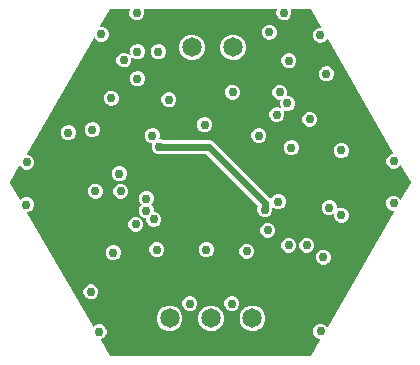
<source format=gbr>
G04 EAGLE Gerber RS-274X export*
G75*
%MOMM*%
%FSLAX34Y34*%
%LPD*%
%INEAGLE Copper Layer 15*%
%IPPOS*%
%AMOC8*
5,1,8,0,0,1.08239X$1,22.5*%
G01*
%ADD10C,1.650000*%
%ADD11C,0.756400*%
%ADD12C,0.609600*%

G36*
X430826Y199257D02*
X430826Y199257D01*
X430900Y199264D01*
X430924Y199277D01*
X430950Y199282D01*
X431011Y199324D01*
X431076Y199359D01*
X431095Y199381D01*
X431116Y199395D01*
X431145Y199440D01*
X431193Y199496D01*
X439086Y213167D01*
X439097Y213203D01*
X439118Y213234D01*
X439129Y213297D01*
X439150Y213357D01*
X439147Y213395D01*
X439153Y213431D01*
X439140Y213494D01*
X439135Y213557D01*
X439118Y213590D01*
X439110Y213627D01*
X439073Y213679D01*
X439044Y213736D01*
X439015Y213760D01*
X438994Y213790D01*
X438940Y213824D01*
X438891Y213865D01*
X438855Y213877D01*
X438824Y213896D01*
X438751Y213909D01*
X438700Y213925D01*
X438675Y213923D01*
X438646Y213928D01*
X438486Y213928D01*
X436162Y214891D01*
X434383Y216669D01*
X433421Y218993D01*
X433421Y221509D01*
X434383Y223832D01*
X436162Y225611D01*
X436278Y225659D01*
X437503Y226167D01*
X438486Y226574D01*
X441001Y226574D01*
X443325Y225611D01*
X444724Y224212D01*
X444784Y224172D01*
X444838Y224126D01*
X444867Y224117D01*
X444891Y224101D01*
X444962Y224087D01*
X445030Y224066D01*
X445059Y224069D01*
X445088Y224063D01*
X445158Y224078D01*
X445229Y224084D01*
X445255Y224098D01*
X445284Y224105D01*
X445343Y224145D01*
X445406Y224179D01*
X445427Y224203D01*
X445449Y224219D01*
X445477Y224263D01*
X445522Y224317D01*
X501757Y321721D01*
X501769Y321757D01*
X501790Y321788D01*
X501801Y321851D01*
X501821Y321911D01*
X501819Y321949D01*
X501825Y321985D01*
X501811Y322048D01*
X501807Y322111D01*
X501790Y322144D01*
X501782Y322181D01*
X501745Y322233D01*
X501716Y322290D01*
X501687Y322314D01*
X501666Y322344D01*
X501611Y322378D01*
X501563Y322419D01*
X501527Y322431D01*
X501495Y322450D01*
X501423Y322463D01*
X501372Y322479D01*
X501347Y322477D01*
X501318Y322482D01*
X500226Y322482D01*
X497902Y323445D01*
X496123Y325223D01*
X495161Y327547D01*
X495161Y330063D01*
X496123Y332387D01*
X497902Y334165D01*
X498012Y334211D01*
X498013Y334211D01*
X499237Y334718D01*
X500226Y335128D01*
X502741Y335128D01*
X505065Y334165D01*
X506844Y332387D01*
X506898Y332257D01*
X506937Y332198D01*
X506969Y332136D01*
X506992Y332116D01*
X507009Y332090D01*
X507068Y332052D01*
X507122Y332006D01*
X507151Y331997D01*
X507177Y331980D01*
X507246Y331967D01*
X507313Y331946D01*
X507344Y331949D01*
X507374Y331944D01*
X507443Y331959D01*
X507512Y331965D01*
X507540Y331980D01*
X507570Y331986D01*
X507627Y332027D01*
X507689Y332060D01*
X507711Y332085D01*
X507734Y332101D01*
X507761Y332145D01*
X507805Y332197D01*
X515744Y345948D01*
X515768Y346018D01*
X515799Y346086D01*
X515800Y346113D01*
X515808Y346138D01*
X515803Y346212D01*
X515805Y346286D01*
X515796Y346313D01*
X515794Y346338D01*
X515770Y346386D01*
X515744Y346456D01*
X507588Y360583D01*
X507541Y360637D01*
X507500Y360696D01*
X507475Y360712D01*
X507456Y360734D01*
X507391Y360765D01*
X507331Y360803D01*
X507302Y360808D01*
X507275Y360821D01*
X507204Y360825D01*
X507133Y360837D01*
X507104Y360830D01*
X507075Y360832D01*
X507008Y360807D01*
X506938Y360791D01*
X506912Y360773D01*
X506886Y360764D01*
X506848Y360729D01*
X506790Y360688D01*
X505232Y359130D01*
X504886Y358987D01*
X503662Y358480D01*
X502908Y358167D01*
X500392Y358167D01*
X498068Y359130D01*
X496290Y360908D01*
X495327Y363232D01*
X495327Y365748D01*
X496290Y368072D01*
X498068Y369850D01*
X498975Y370226D01*
X500199Y370733D01*
X500200Y370733D01*
X500392Y370813D01*
X500804Y370813D01*
X500840Y370820D01*
X500878Y370818D01*
X500938Y370840D01*
X501000Y370852D01*
X501031Y370873D01*
X501066Y370886D01*
X501113Y370929D01*
X501166Y370965D01*
X501186Y370996D01*
X501214Y371022D01*
X501241Y371080D01*
X501275Y371133D01*
X501282Y371170D01*
X501297Y371204D01*
X501300Y371268D01*
X501311Y371330D01*
X501303Y371367D01*
X501304Y371404D01*
X501279Y371474D01*
X501267Y371526D01*
X501253Y371546D01*
X501243Y371574D01*
X445725Y467737D01*
X445678Y467789D01*
X445639Y467847D01*
X445613Y467864D01*
X445592Y467887D01*
X445529Y467918D01*
X445470Y467956D01*
X445440Y467961D01*
X445412Y467974D01*
X445342Y467978D01*
X445273Y467990D01*
X445242Y467983D01*
X445212Y467985D01*
X445146Y467961D01*
X445077Y467946D01*
X445052Y467928D01*
X445023Y467917D01*
X444971Y467870D01*
X444914Y467829D01*
X444896Y467801D01*
X444875Y467782D01*
X444854Y467735D01*
X444817Y467677D01*
X444780Y467588D01*
X443002Y465810D01*
X442276Y465509D01*
X441052Y465002D01*
X441051Y465002D01*
X440678Y464847D01*
X438162Y464847D01*
X435838Y465810D01*
X434060Y467588D01*
X433097Y469912D01*
X433097Y472428D01*
X434060Y474752D01*
X435838Y476530D01*
X436364Y476748D01*
X436365Y476748D01*
X437589Y477255D01*
X438162Y477493D01*
X439214Y477493D01*
X439250Y477500D01*
X439288Y477498D01*
X439348Y477520D01*
X439410Y477532D01*
X439441Y477553D01*
X439476Y477566D01*
X439523Y477609D01*
X439576Y477645D01*
X439596Y477676D01*
X439624Y477702D01*
X439651Y477760D01*
X439685Y477813D01*
X439692Y477850D01*
X439708Y477884D01*
X439710Y477948D01*
X439721Y478010D01*
X439713Y478047D01*
X439714Y478084D01*
X439689Y478154D01*
X439677Y478206D01*
X439663Y478226D01*
X439653Y478254D01*
X431193Y492908D01*
X431144Y492963D01*
X431101Y493023D01*
X431078Y493038D01*
X431060Y493058D01*
X430994Y493090D01*
X430931Y493129D01*
X430902Y493134D01*
X430880Y493145D01*
X430826Y493148D01*
X430754Y493161D01*
X414916Y493161D01*
X414912Y493160D01*
X414908Y493161D01*
X414814Y493141D01*
X414719Y493122D01*
X414716Y493119D01*
X414712Y493119D01*
X414633Y493063D01*
X414553Y493009D01*
X414551Y493006D01*
X414548Y493003D01*
X414496Y492921D01*
X414444Y492841D01*
X414444Y492837D01*
X414441Y492834D01*
X414426Y492738D01*
X414409Y492644D01*
X414409Y492640D01*
X414409Y492636D01*
X414447Y492460D01*
X414852Y491482D01*
X414852Y488967D01*
X413890Y486643D01*
X412111Y484864D01*
X411920Y484785D01*
X410695Y484278D01*
X409787Y483901D01*
X407272Y483901D01*
X404948Y484864D01*
X403169Y486643D01*
X402207Y488967D01*
X402207Y491482D01*
X402612Y492460D01*
X402613Y492464D01*
X402615Y492467D01*
X402632Y492562D01*
X402651Y492657D01*
X402650Y492660D01*
X402650Y492664D01*
X402629Y492758D01*
X402610Y492853D01*
X402608Y492856D01*
X402607Y492860D01*
X402551Y492938D01*
X402496Y493018D01*
X402493Y493020D01*
X402491Y493023D01*
X402409Y493074D01*
X402328Y493127D01*
X402324Y493127D01*
X402321Y493129D01*
X402143Y493161D01*
X290261Y493161D01*
X290257Y493160D01*
X290253Y493161D01*
X290159Y493141D01*
X290064Y493122D01*
X290061Y493119D01*
X290057Y493119D01*
X289978Y493063D01*
X289898Y493009D01*
X289896Y493006D01*
X289893Y493003D01*
X289841Y492921D01*
X289789Y492841D01*
X289789Y492837D01*
X289786Y492834D01*
X289771Y492738D01*
X289754Y492644D01*
X289754Y492640D01*
X289754Y492636D01*
X289792Y492460D01*
X290197Y491482D01*
X290197Y488966D01*
X289235Y486643D01*
X287456Y484864D01*
X287265Y484785D01*
X286040Y484278D01*
X285132Y483901D01*
X282617Y483901D01*
X280293Y484864D01*
X278514Y486643D01*
X277552Y488966D01*
X277552Y491482D01*
X277957Y492460D01*
X277958Y492464D01*
X277960Y492467D01*
X277977Y492562D01*
X277996Y492657D01*
X277995Y492660D01*
X277995Y492664D01*
X277974Y492758D01*
X277955Y492853D01*
X277953Y492856D01*
X277952Y492860D01*
X277896Y492939D01*
X277841Y493018D01*
X277838Y493020D01*
X277836Y493023D01*
X277754Y493074D01*
X277673Y493127D01*
X277669Y493127D01*
X277666Y493129D01*
X277488Y493161D01*
X261650Y493161D01*
X261578Y493147D01*
X261504Y493140D01*
X261480Y493127D01*
X261454Y493122D01*
X261393Y493080D01*
X261328Y493045D01*
X261309Y493023D01*
X261288Y493009D01*
X261259Y492964D01*
X261211Y492908D01*
X253185Y479006D01*
X253174Y478971D01*
X253153Y478940D01*
X253142Y478877D01*
X253122Y478816D01*
X253124Y478779D01*
X253118Y478742D01*
X253132Y478680D01*
X253136Y478616D01*
X253153Y478583D01*
X253161Y478547D01*
X253198Y478495D01*
X253227Y478438D01*
X253256Y478414D01*
X253277Y478383D01*
X253331Y478350D01*
X253380Y478308D01*
X253416Y478297D01*
X253447Y478277D01*
X253520Y478264D01*
X253571Y478248D01*
X253596Y478251D01*
X253625Y478245D01*
X255196Y478245D01*
X257519Y477283D01*
X259298Y475504D01*
X260261Y473180D01*
X260261Y470665D01*
X259298Y468341D01*
X257519Y466563D01*
X257426Y466524D01*
X256201Y466017D01*
X255196Y465600D01*
X252680Y465600D01*
X250356Y466563D01*
X248578Y468341D01*
X248324Y468954D01*
X248285Y469012D01*
X248253Y469074D01*
X248229Y469094D01*
X248212Y469120D01*
X248154Y469159D01*
X248100Y469204D01*
X248071Y469213D01*
X248045Y469230D01*
X247976Y469243D01*
X247909Y469264D01*
X247878Y469261D01*
X247848Y469267D01*
X247779Y469252D01*
X247709Y469245D01*
X247682Y469231D01*
X247652Y469224D01*
X247594Y469184D01*
X247532Y469151D01*
X247511Y469125D01*
X247488Y469109D01*
X247460Y469066D01*
X247416Y469013D01*
X190623Y370642D01*
X190611Y370607D01*
X190591Y370576D01*
X190580Y370513D01*
X190559Y370452D01*
X190562Y370415D01*
X190555Y370378D01*
X190569Y370316D01*
X190574Y370252D01*
X190591Y370219D01*
X190599Y370183D01*
X190636Y370131D01*
X190665Y370074D01*
X190693Y370050D01*
X190715Y370019D01*
X190769Y369986D01*
X190818Y369944D01*
X190854Y369933D01*
X190885Y369913D01*
X190958Y369900D01*
X191009Y369884D01*
X191034Y369887D01*
X191063Y369881D01*
X192208Y369881D01*
X194532Y368919D01*
X196311Y367140D01*
X197273Y364816D01*
X197273Y362301D01*
X196311Y359977D01*
X194532Y358199D01*
X193986Y357972D01*
X192762Y357465D01*
X192208Y357236D01*
X189693Y357236D01*
X187369Y358199D01*
X185591Y359977D01*
X185514Y360161D01*
X185475Y360219D01*
X185443Y360282D01*
X185420Y360302D01*
X185403Y360327D01*
X185344Y360366D01*
X185290Y360411D01*
X185261Y360421D01*
X185235Y360438D01*
X185166Y360450D01*
X185099Y360471D01*
X185068Y360468D01*
X185038Y360474D01*
X184969Y360459D01*
X184900Y360453D01*
X184872Y360438D01*
X184842Y360432D01*
X184785Y360391D01*
X184723Y360358D01*
X184701Y360333D01*
X184678Y360316D01*
X184651Y360273D01*
X184606Y360221D01*
X176660Y346456D01*
X176636Y346386D01*
X176605Y346318D01*
X176604Y346291D01*
X176596Y346266D01*
X176601Y346192D01*
X176599Y346118D01*
X176608Y346091D01*
X176610Y346066D01*
X176634Y346018D01*
X176660Y345948D01*
X184816Y331821D01*
X184863Y331767D01*
X184904Y331708D01*
X184929Y331692D01*
X184948Y331670D01*
X185013Y331639D01*
X185073Y331601D01*
X185102Y331596D01*
X185129Y331583D01*
X185200Y331579D01*
X185271Y331567D01*
X185300Y331574D01*
X185329Y331572D01*
X185396Y331597D01*
X185466Y331613D01*
X185492Y331631D01*
X185518Y331640D01*
X185556Y331675D01*
X185614Y331716D01*
X186918Y333020D01*
X187344Y333196D01*
X188568Y333704D01*
X188569Y333704D01*
X189242Y333983D01*
X191758Y333983D01*
X194082Y333020D01*
X195860Y331242D01*
X196823Y328918D01*
X196823Y326402D01*
X195860Y324078D01*
X194082Y322300D01*
X193255Y321958D01*
X192031Y321450D01*
X191758Y321337D01*
X191747Y321337D01*
X191710Y321330D01*
X191673Y321332D01*
X191613Y321310D01*
X191550Y321298D01*
X191519Y321277D01*
X191484Y321264D01*
X191437Y321221D01*
X191385Y321185D01*
X191364Y321154D01*
X191337Y321128D01*
X191310Y321070D01*
X191275Y321017D01*
X191269Y320980D01*
X191253Y320946D01*
X191251Y320882D01*
X191240Y320820D01*
X191248Y320783D01*
X191247Y320746D01*
X191272Y320676D01*
X191283Y320624D01*
X191298Y320604D01*
X191308Y320576D01*
X246720Y224596D01*
X246768Y224542D01*
X246808Y224484D01*
X246833Y224468D01*
X246853Y224445D01*
X246917Y224414D01*
X246978Y224376D01*
X247007Y224371D01*
X247033Y224358D01*
X247105Y224354D01*
X247175Y224342D01*
X247204Y224349D01*
X247234Y224348D01*
X247301Y224372D01*
X247370Y224388D01*
X247397Y224406D01*
X247422Y224415D01*
X247460Y224451D01*
X247518Y224491D01*
X248403Y225376D01*
X249088Y225659D01*
X250313Y226167D01*
X250727Y226338D01*
X253242Y226338D01*
X255566Y225376D01*
X257345Y223597D01*
X258307Y221273D01*
X258307Y218758D01*
X257345Y216434D01*
X255566Y214655D01*
X255000Y214421D01*
X253775Y213913D01*
X253593Y213838D01*
X253561Y213817D01*
X253525Y213803D01*
X253479Y213761D01*
X253427Y213726D01*
X253406Y213694D01*
X253377Y213668D01*
X253351Y213611D01*
X253317Y213559D01*
X253310Y213521D01*
X253294Y213486D01*
X253292Y213423D01*
X253280Y213362D01*
X253288Y213324D01*
X253287Y213285D01*
X253312Y213217D01*
X253323Y213166D01*
X253338Y213144D01*
X253348Y213116D01*
X261211Y199496D01*
X261260Y199441D01*
X261303Y199381D01*
X261326Y199366D01*
X261344Y199346D01*
X261410Y199314D01*
X261473Y199275D01*
X261502Y199270D01*
X261524Y199259D01*
X261578Y199256D01*
X261650Y199243D01*
X430754Y199243D01*
X430826Y199257D01*
G37*
%LPC*%
G36*
X391172Y317047D02*
X391172Y317047D01*
X388848Y318010D01*
X387070Y319788D01*
X386107Y322112D01*
X386107Y324628D01*
X386775Y326239D01*
X386776Y326245D01*
X386779Y326251D01*
X386795Y326343D01*
X386813Y326436D01*
X386812Y326442D01*
X386813Y326448D01*
X386792Y326540D01*
X386773Y326632D01*
X386769Y326637D01*
X386767Y326644D01*
X386665Y326792D01*
X342724Y370732D01*
X342718Y370736D01*
X342713Y370743D01*
X342635Y370792D01*
X342558Y370843D01*
X342550Y370844D01*
X342543Y370848D01*
X342366Y370880D01*
X306027Y370880D01*
X306018Y370879D01*
X306008Y370880D01*
X305832Y370842D01*
X305830Y370841D01*
X305378Y370654D01*
X304154Y370146D01*
X301638Y370146D01*
X299314Y371109D01*
X297536Y372888D01*
X296573Y375211D01*
X296573Y377727D01*
X297124Y379056D01*
X297124Y379060D01*
X297127Y379063D01*
X297144Y379158D01*
X297162Y379253D01*
X297162Y379256D01*
X297162Y379260D01*
X297141Y379354D01*
X297122Y379449D01*
X297120Y379452D01*
X297119Y379456D01*
X297063Y379535D01*
X297008Y379614D01*
X297005Y379616D01*
X297003Y379619D01*
X296921Y379670D01*
X296840Y379723D01*
X296836Y379723D01*
X296832Y379725D01*
X296655Y379757D01*
X295922Y379757D01*
X293598Y380720D01*
X291820Y382498D01*
X290857Y384822D01*
X290857Y387338D01*
X291820Y389662D01*
X293598Y391440D01*
X293815Y391530D01*
X293816Y391530D01*
X295040Y392037D01*
X295922Y392403D01*
X298438Y392403D01*
X300762Y391440D01*
X302540Y389662D01*
X303503Y387338D01*
X303503Y384822D01*
X302952Y383493D01*
X302951Y383489D01*
X302949Y383486D01*
X302932Y383391D01*
X302914Y383297D01*
X302914Y383293D01*
X302914Y383289D01*
X302935Y383195D01*
X302954Y383100D01*
X302956Y383097D01*
X302957Y383093D01*
X303013Y383014D01*
X303068Y382935D01*
X303071Y382933D01*
X303073Y382930D01*
X303155Y382879D01*
X303236Y382827D01*
X303240Y382826D01*
X303244Y382824D01*
X303421Y382792D01*
X304154Y382792D01*
X305832Y382097D01*
X305841Y382095D01*
X305849Y382090D01*
X306027Y382058D01*
X346003Y382058D01*
X348057Y381207D01*
X397079Y332184D01*
X397082Y332182D01*
X397085Y332179D01*
X397166Y332127D01*
X397246Y332074D01*
X397250Y332073D01*
X397253Y332071D01*
X397349Y332054D01*
X397443Y332036D01*
X397447Y332037D01*
X397451Y332036D01*
X397545Y332058D01*
X397639Y332078D01*
X397642Y332080D01*
X397646Y332081D01*
X397725Y332137D01*
X397804Y332192D01*
X397806Y332195D01*
X397809Y332197D01*
X397906Y332349D01*
X398500Y333782D01*
X400278Y335560D01*
X400695Y335733D01*
X401919Y336240D01*
X402602Y336523D01*
X405118Y336523D01*
X407442Y335560D01*
X409220Y333782D01*
X410183Y331458D01*
X410183Y328942D01*
X409220Y326618D01*
X407442Y324840D01*
X406606Y324494D01*
X405382Y323987D01*
X405118Y323877D01*
X402602Y323877D01*
X400278Y324840D01*
X399327Y325791D01*
X399326Y325792D01*
X399325Y325793D01*
X399244Y325846D01*
X399160Y325902D01*
X399159Y325902D01*
X399158Y325903D01*
X399061Y325921D01*
X398963Y325940D01*
X398962Y325940D01*
X398961Y325940D01*
X398863Y325919D01*
X398767Y325898D01*
X398766Y325897D01*
X398765Y325897D01*
X398684Y325841D01*
X398602Y325784D01*
X398602Y325783D01*
X398601Y325782D01*
X398548Y325699D01*
X398495Y325615D01*
X398495Y325613D01*
X398494Y325612D01*
X398477Y325512D01*
X398461Y325417D01*
X398462Y325416D01*
X398461Y325415D01*
X398500Y325238D01*
X398753Y324628D01*
X398753Y322112D01*
X397790Y319788D01*
X396012Y318010D01*
X395746Y317900D01*
X395745Y317900D01*
X394521Y317392D01*
X393688Y317047D01*
X391172Y317047D01*
G37*
%LPD*%
%LPC*%
G36*
X401332Y397537D02*
X401332Y397537D01*
X399008Y398500D01*
X397230Y400278D01*
X396267Y402602D01*
X396267Y405118D01*
X397230Y407442D01*
X399008Y409220D01*
X399162Y409284D01*
X400387Y409791D01*
X401332Y410183D01*
X403848Y410183D01*
X405257Y409599D01*
X405259Y409599D01*
X405262Y409597D01*
X405358Y409579D01*
X405454Y409560D01*
X405456Y409561D01*
X405459Y409560D01*
X405555Y409581D01*
X405650Y409601D01*
X405652Y409602D01*
X405655Y409603D01*
X405735Y409660D01*
X405815Y409714D01*
X405817Y409717D01*
X405819Y409718D01*
X405870Y409800D01*
X405924Y409883D01*
X405924Y409886D01*
X405925Y409888D01*
X405941Y409984D01*
X405958Y410081D01*
X405958Y410083D01*
X405958Y410086D01*
X405920Y410262D01*
X405157Y412102D01*
X405157Y414618D01*
X405683Y415886D01*
X405683Y415890D01*
X405685Y415893D01*
X405703Y415988D01*
X405721Y416083D01*
X405720Y416086D01*
X405721Y416090D01*
X405700Y416185D01*
X405681Y416279D01*
X405678Y416282D01*
X405678Y416286D01*
X405621Y416365D01*
X405567Y416444D01*
X405564Y416446D01*
X405562Y416449D01*
X405480Y416500D01*
X405398Y416553D01*
X405395Y416553D01*
X405391Y416555D01*
X405214Y416587D01*
X403872Y416587D01*
X401548Y417550D01*
X399770Y419328D01*
X398807Y421652D01*
X398807Y424168D01*
X399770Y426492D01*
X401548Y428270D01*
X402247Y428559D01*
X403471Y429067D01*
X403872Y429233D01*
X406388Y429233D01*
X408712Y428270D01*
X410490Y426492D01*
X411453Y424168D01*
X411453Y421652D01*
X410927Y420384D01*
X410927Y420380D01*
X410925Y420377D01*
X410907Y420282D01*
X410889Y420187D01*
X410890Y420184D01*
X410889Y420180D01*
X410910Y420083D01*
X410929Y419991D01*
X410932Y419988D01*
X410932Y419984D01*
X410989Y419905D01*
X411043Y419826D01*
X411046Y419824D01*
X411048Y419821D01*
X411130Y419770D01*
X411212Y419717D01*
X411215Y419717D01*
X411219Y419715D01*
X411396Y419683D01*
X412738Y419683D01*
X415062Y418720D01*
X416840Y416942D01*
X417803Y414618D01*
X417803Y412102D01*
X416840Y409778D01*
X415062Y408000D01*
X414296Y407683D01*
X413072Y407176D01*
X412738Y407037D01*
X410222Y407037D01*
X408813Y407621D01*
X408811Y407621D01*
X408808Y407623D01*
X408712Y407641D01*
X408616Y407660D01*
X408614Y407659D01*
X408611Y407660D01*
X408515Y407639D01*
X408420Y407619D01*
X408418Y407618D01*
X408415Y407617D01*
X408335Y407560D01*
X408255Y407506D01*
X408253Y407503D01*
X408251Y407502D01*
X408200Y407420D01*
X408146Y407337D01*
X408146Y407334D01*
X408145Y407332D01*
X408129Y407235D01*
X408112Y407139D01*
X408112Y407137D01*
X408112Y407134D01*
X408150Y406958D01*
X408913Y405118D01*
X408913Y402602D01*
X407950Y400278D01*
X406172Y398500D01*
X405074Y398045D01*
X403849Y397538D01*
X403848Y397537D01*
X401332Y397537D01*
G37*
%LPD*%
%LPC*%
G36*
X379564Y220619D02*
X379564Y220619D01*
X375598Y222262D01*
X372562Y225298D01*
X370919Y229264D01*
X370919Y233556D01*
X372562Y237522D01*
X375598Y240558D01*
X376367Y240877D01*
X377592Y241384D01*
X378817Y241891D01*
X379564Y242201D01*
X383856Y242201D01*
X387822Y240558D01*
X390858Y237522D01*
X392501Y233556D01*
X392501Y229264D01*
X390858Y225298D01*
X387822Y222262D01*
X387261Y222029D01*
X386036Y221522D01*
X384812Y221015D01*
X384811Y221015D01*
X383856Y220619D01*
X379564Y220619D01*
G37*
%LPD*%
%LPC*%
G36*
X344564Y220619D02*
X344564Y220619D01*
X340598Y222262D01*
X337562Y225298D01*
X335919Y229264D01*
X335919Y233556D01*
X337562Y237522D01*
X340598Y240558D01*
X341367Y240877D01*
X342592Y241384D01*
X343817Y241891D01*
X344564Y242201D01*
X348856Y242201D01*
X352822Y240558D01*
X355858Y237522D01*
X357501Y233556D01*
X357501Y229264D01*
X355858Y225298D01*
X352822Y222262D01*
X352261Y222029D01*
X351036Y221522D01*
X349812Y221015D01*
X349811Y221015D01*
X348856Y220619D01*
X344564Y220619D01*
G37*
%LPD*%
%LPC*%
G36*
X309564Y220619D02*
X309564Y220619D01*
X305598Y222262D01*
X302562Y225298D01*
X300919Y229264D01*
X300919Y233556D01*
X302562Y237522D01*
X305598Y240558D01*
X306367Y240877D01*
X307592Y241384D01*
X308817Y241891D01*
X309564Y242201D01*
X313856Y242201D01*
X317822Y240558D01*
X320858Y237522D01*
X322501Y233556D01*
X322501Y229264D01*
X320858Y225298D01*
X317822Y222262D01*
X317261Y222029D01*
X316036Y221522D01*
X314812Y221015D01*
X314811Y221015D01*
X313856Y220619D01*
X309564Y220619D01*
G37*
%LPD*%
%LPC*%
G36*
X328334Y449949D02*
X328334Y449949D01*
X324368Y451592D01*
X321332Y454628D01*
X319689Y458594D01*
X319689Y462886D01*
X321332Y466852D01*
X324368Y469888D01*
X325009Y470154D01*
X326234Y470661D01*
X327459Y471168D01*
X328334Y471531D01*
X332626Y471531D01*
X336592Y469888D01*
X339628Y466852D01*
X341271Y462886D01*
X341271Y458594D01*
X339628Y454628D01*
X336592Y451592D01*
X335903Y451306D01*
X334678Y450799D01*
X333454Y450292D01*
X332626Y449949D01*
X328334Y449949D01*
G37*
%LPD*%
%LPC*%
G36*
X363334Y449949D02*
X363334Y449949D01*
X359368Y451592D01*
X356332Y454628D01*
X354689Y458594D01*
X354689Y462886D01*
X356332Y466852D01*
X359368Y469888D01*
X360009Y470154D01*
X361234Y470661D01*
X362459Y471168D01*
X363334Y471531D01*
X367626Y471531D01*
X371592Y469888D01*
X374628Y466852D01*
X376271Y462886D01*
X376271Y458594D01*
X374628Y454628D01*
X371592Y451592D01*
X370903Y451306D01*
X369678Y450799D01*
X368454Y450292D01*
X367626Y449949D01*
X363334Y449949D01*
G37*
%LPD*%
%LPC*%
G36*
X297192Y308783D02*
X297192Y308783D01*
X294868Y309746D01*
X293090Y311524D01*
X292127Y313848D01*
X292127Y315750D01*
X292126Y315755D01*
X292127Y315760D01*
X292106Y315853D01*
X292088Y315947D01*
X292085Y315951D01*
X292084Y315956D01*
X292028Y316034D01*
X291975Y316112D01*
X291971Y316115D01*
X291968Y316119D01*
X291886Y316170D01*
X291807Y316222D01*
X291802Y316222D01*
X291797Y316225D01*
X291620Y316257D01*
X290842Y316257D01*
X288518Y317220D01*
X286740Y318998D01*
X285777Y321322D01*
X285777Y323838D01*
X286740Y326162D01*
X287880Y327301D01*
X287883Y327306D01*
X287887Y327309D01*
X287938Y327389D01*
X287991Y327468D01*
X287992Y327473D01*
X287994Y327478D01*
X288010Y327572D01*
X288028Y327665D01*
X288027Y327670D01*
X288028Y327676D01*
X288006Y327768D01*
X287987Y327861D01*
X287984Y327866D01*
X287982Y327871D01*
X287880Y328019D01*
X286740Y329158D01*
X285777Y331482D01*
X285777Y333998D01*
X286740Y336322D01*
X288518Y338100D01*
X288926Y338269D01*
X290150Y338776D01*
X290842Y339063D01*
X293358Y339063D01*
X295682Y338100D01*
X297460Y336322D01*
X298423Y333998D01*
X298423Y331482D01*
X297460Y329158D01*
X296320Y328019D01*
X296317Y328014D01*
X296313Y328011D01*
X296262Y327931D01*
X296209Y327852D01*
X296208Y327847D01*
X296206Y327842D01*
X296190Y327748D01*
X296172Y327655D01*
X296173Y327650D01*
X296172Y327645D01*
X296194Y327552D01*
X296213Y327459D01*
X296216Y327454D01*
X296218Y327449D01*
X296320Y327301D01*
X297460Y326162D01*
X298423Y323838D01*
X298423Y321936D01*
X298424Y321931D01*
X298423Y321926D01*
X298444Y321833D01*
X298462Y321739D01*
X298465Y321735D01*
X298466Y321730D01*
X298522Y321652D01*
X298575Y321574D01*
X298579Y321571D01*
X298582Y321567D01*
X298664Y321516D01*
X298743Y321464D01*
X298748Y321464D01*
X298753Y321461D01*
X298930Y321429D01*
X299708Y321429D01*
X302032Y320466D01*
X303810Y318688D01*
X304773Y316364D01*
X304773Y313848D01*
X303810Y311524D01*
X302032Y309746D01*
X300898Y309276D01*
X299708Y308783D01*
X297192Y308783D01*
G37*
%LPD*%
%LPC*%
G36*
X271792Y443765D02*
X271792Y443765D01*
X269468Y444728D01*
X267690Y446506D01*
X266727Y448830D01*
X266727Y451346D01*
X267690Y453670D01*
X269468Y455448D01*
X270682Y455951D01*
X271792Y456411D01*
X274308Y456411D01*
X276632Y455448D01*
X277782Y454297D01*
X277784Y454297D01*
X277784Y454295D01*
X277865Y454242D01*
X277949Y454186D01*
X277951Y454186D01*
X277952Y454185D01*
X278049Y454167D01*
X278146Y454149D01*
X278148Y454149D01*
X278149Y454149D01*
X278246Y454170D01*
X278342Y454190D01*
X278343Y454191D01*
X278345Y454191D01*
X278425Y454248D01*
X278507Y454305D01*
X278508Y454306D01*
X278509Y454307D01*
X278561Y454389D01*
X278615Y454474D01*
X278615Y454475D01*
X278615Y454476D01*
X278632Y454575D01*
X278648Y454671D01*
X278648Y454673D01*
X278648Y454674D01*
X278610Y454850D01*
X278157Y455942D01*
X278157Y458458D01*
X279120Y460782D01*
X280898Y462560D01*
X282087Y463052D01*
X283222Y463523D01*
X285738Y463523D01*
X288062Y462560D01*
X289840Y460782D01*
X290803Y458458D01*
X290803Y455942D01*
X289840Y453618D01*
X288062Y451840D01*
X287998Y451814D01*
X286774Y451306D01*
X285738Y450877D01*
X283222Y450877D01*
X280898Y451840D01*
X279748Y452991D01*
X279746Y452991D01*
X279746Y452993D01*
X279665Y453046D01*
X279581Y453102D01*
X279579Y453102D01*
X279578Y453103D01*
X279482Y453120D01*
X279384Y453139D01*
X279382Y453139D01*
X279381Y453139D01*
X279284Y453118D01*
X279188Y453098D01*
X279187Y453097D01*
X279185Y453097D01*
X279105Y453040D01*
X279023Y452983D01*
X279022Y452982D01*
X279021Y452981D01*
X278969Y452899D01*
X278915Y452814D01*
X278915Y452813D01*
X278915Y452812D01*
X278898Y452713D01*
X278882Y452617D01*
X278882Y452615D01*
X278882Y452614D01*
X278920Y452438D01*
X279373Y451346D01*
X279373Y448830D01*
X278410Y446506D01*
X276632Y444728D01*
X276594Y444712D01*
X276593Y444712D01*
X275369Y444205D01*
X274308Y443765D01*
X271792Y443765D01*
G37*
%LPD*%
%LPC*%
G36*
X455942Y312447D02*
X455942Y312447D01*
X453618Y313410D01*
X451840Y315188D01*
X450877Y317512D01*
X450877Y319107D01*
X450876Y319111D01*
X450877Y319114D01*
X450857Y319208D01*
X450838Y319303D01*
X450835Y319306D01*
X450835Y319310D01*
X450779Y319389D01*
X450725Y319469D01*
X450722Y319471D01*
X450719Y319474D01*
X450637Y319526D01*
X450557Y319578D01*
X450553Y319579D01*
X450550Y319581D01*
X450454Y319597D01*
X450360Y319614D01*
X450356Y319613D01*
X450352Y319614D01*
X450176Y319575D01*
X449804Y319421D01*
X448580Y318914D01*
X448298Y318797D01*
X445782Y318797D01*
X443458Y319760D01*
X441680Y321538D01*
X440717Y323862D01*
X440717Y326378D01*
X441680Y328702D01*
X443458Y330480D01*
X443893Y330660D01*
X445117Y331167D01*
X445118Y331167D01*
X445782Y331443D01*
X448298Y331443D01*
X450622Y330480D01*
X452400Y328702D01*
X453363Y326378D01*
X453363Y324783D01*
X453364Y324779D01*
X453363Y324776D01*
X453383Y324682D01*
X453402Y324587D01*
X453405Y324584D01*
X453405Y324580D01*
X453461Y324501D01*
X453515Y324421D01*
X453518Y324419D01*
X453521Y324416D01*
X453603Y324364D01*
X453683Y324312D01*
X453687Y324311D01*
X453690Y324309D01*
X453786Y324293D01*
X453880Y324276D01*
X453884Y324277D01*
X453888Y324276D01*
X454064Y324315D01*
X454688Y324573D01*
X455912Y325080D01*
X455942Y325093D01*
X458458Y325093D01*
X460782Y324130D01*
X462560Y322352D01*
X463523Y320028D01*
X463523Y317512D01*
X462560Y315188D01*
X460782Y313410D01*
X460599Y313334D01*
X459375Y312827D01*
X458458Y312447D01*
X455942Y312447D01*
G37*
%LPD*%
%LPC*%
G36*
X243852Y247451D02*
X243852Y247451D01*
X241528Y248414D01*
X239750Y250192D01*
X238787Y252516D01*
X238787Y255032D01*
X239750Y257356D01*
X241528Y259134D01*
X241537Y259138D01*
X242762Y259645D01*
X243852Y260097D01*
X246368Y260097D01*
X248692Y259134D01*
X250470Y257356D01*
X251433Y255032D01*
X251433Y252516D01*
X250470Y250192D01*
X248692Y248414D01*
X248674Y248406D01*
X248673Y248406D01*
X247449Y247899D01*
X246368Y247451D01*
X243852Y247451D01*
G37*
%LPD*%
%LPC*%
G36*
X283222Y428017D02*
X283222Y428017D01*
X280898Y428980D01*
X279120Y430758D01*
X278157Y433082D01*
X278157Y435598D01*
X279120Y437922D01*
X280898Y439700D01*
X280943Y439719D01*
X280944Y439719D01*
X282168Y440226D01*
X283222Y440663D01*
X285738Y440663D01*
X288062Y439700D01*
X289840Y437922D01*
X290803Y435598D01*
X290803Y433082D01*
X289840Y430758D01*
X288062Y428980D01*
X286855Y428480D01*
X285738Y428017D01*
X283222Y428017D01*
G37*
%LPD*%
%LPC*%
G36*
X393712Y299747D02*
X393712Y299747D01*
X391388Y300710D01*
X389610Y302488D01*
X388647Y304812D01*
X388647Y307328D01*
X389610Y309652D01*
X391388Y311430D01*
X392503Y311892D01*
X393712Y312393D01*
X396228Y312393D01*
X398552Y311430D01*
X400330Y309652D01*
X401293Y307328D01*
X401293Y304812D01*
X400330Y302488D01*
X398552Y300710D01*
X398415Y300653D01*
X397190Y300146D01*
X396228Y299747D01*
X393712Y299747D01*
G37*
%LPD*%
%LPC*%
G36*
X309892Y410237D02*
X309892Y410237D01*
X307568Y411200D01*
X305790Y412978D01*
X304827Y415302D01*
X304827Y417818D01*
X305790Y420142D01*
X307568Y421920D01*
X307677Y421965D01*
X308901Y422472D01*
X308902Y422472D01*
X309892Y422883D01*
X312408Y422883D01*
X314732Y421920D01*
X316510Y420142D01*
X317473Y417818D01*
X317473Y415302D01*
X316510Y412978D01*
X314732Y411200D01*
X313589Y410726D01*
X313588Y410726D01*
X312408Y410237D01*
X309892Y410237D01*
G37*
%LPD*%
%LPC*%
G36*
X413552Y369597D02*
X413552Y369597D01*
X411228Y370560D01*
X409450Y372338D01*
X408487Y374662D01*
X408487Y377178D01*
X409450Y379502D01*
X411228Y381280D01*
X411482Y381385D01*
X412706Y381892D01*
X413552Y382243D01*
X416068Y382243D01*
X418392Y381280D01*
X420170Y379502D01*
X421133Y377178D01*
X421133Y374662D01*
X420170Y372338D01*
X418392Y370560D01*
X417393Y370146D01*
X416169Y369639D01*
X416068Y369597D01*
X413552Y369597D01*
G37*
%LPD*%
%LPC*%
G36*
X269252Y332767D02*
X269252Y332767D01*
X266928Y333730D01*
X265150Y335508D01*
X264187Y337832D01*
X264187Y340348D01*
X265150Y342672D01*
X266928Y344450D01*
X267925Y344863D01*
X269150Y345370D01*
X269252Y345413D01*
X271768Y345413D01*
X274092Y344450D01*
X275870Y342672D01*
X276833Y340348D01*
X276833Y337832D01*
X275870Y335508D01*
X274092Y333730D01*
X273837Y333624D01*
X272612Y333117D01*
X271768Y332767D01*
X269252Y332767D01*
G37*
%LPD*%
%LPC*%
G36*
X247662Y332767D02*
X247662Y332767D01*
X245338Y333730D01*
X243560Y335508D01*
X242597Y337832D01*
X242597Y340348D01*
X243560Y342672D01*
X245338Y344450D01*
X246335Y344863D01*
X247560Y345370D01*
X247662Y345413D01*
X250178Y345413D01*
X252502Y344450D01*
X254280Y342672D01*
X255243Y340348D01*
X255243Y337832D01*
X254280Y335508D01*
X252502Y333730D01*
X252247Y333624D01*
X251022Y333117D01*
X250178Y332767D01*
X247662Y332767D01*
G37*
%LPD*%
%LPC*%
G36*
X411492Y287047D02*
X411492Y287047D01*
X409168Y288010D01*
X407390Y289788D01*
X406427Y292112D01*
X406427Y294628D01*
X407390Y296952D01*
X409168Y298730D01*
X410328Y299211D01*
X411492Y299693D01*
X414008Y299693D01*
X416332Y298730D01*
X418110Y296952D01*
X419073Y294628D01*
X419073Y292112D01*
X418110Y289788D01*
X416332Y288010D01*
X416240Y287972D01*
X415015Y287465D01*
X414008Y287047D01*
X411492Y287047D01*
G37*
%LPD*%
%LPC*%
G36*
X426732Y287047D02*
X426732Y287047D01*
X424408Y288010D01*
X422630Y289788D01*
X421667Y292112D01*
X421667Y294628D01*
X422630Y296952D01*
X424408Y298730D01*
X425568Y299211D01*
X426732Y299693D01*
X429248Y299693D01*
X431572Y298730D01*
X433350Y296952D01*
X434313Y294628D01*
X434313Y292112D01*
X433350Y289788D01*
X431572Y288010D01*
X431480Y287972D01*
X430255Y287465D01*
X429248Y287047D01*
X426732Y287047D01*
G37*
%LPD*%
%LPC*%
G36*
X394982Y467387D02*
X394982Y467387D01*
X392658Y468350D01*
X390880Y470128D01*
X389917Y472452D01*
X389917Y474968D01*
X390880Y477292D01*
X392658Y479070D01*
X393175Y479284D01*
X393176Y479284D01*
X394400Y479792D01*
X394982Y480033D01*
X397498Y480033D01*
X399822Y479070D01*
X401600Y477292D01*
X402563Y474968D01*
X402563Y472452D01*
X401600Y470128D01*
X399822Y468350D01*
X399087Y468046D01*
X397863Y467538D01*
X397862Y467538D01*
X397498Y467387D01*
X394982Y467387D01*
G37*
%LPD*%
%LPC*%
G36*
X267982Y347517D02*
X267982Y347517D01*
X265658Y348480D01*
X263880Y350258D01*
X262917Y352582D01*
X262917Y355098D01*
X263880Y357422D01*
X265658Y359200D01*
X266559Y359573D01*
X266560Y359573D01*
X267784Y360081D01*
X267982Y360163D01*
X270498Y360163D01*
X272822Y359200D01*
X274600Y357422D01*
X275563Y355098D01*
X275563Y352582D01*
X274600Y350258D01*
X272822Y348480D01*
X272471Y348335D01*
X271246Y347827D01*
X270498Y347517D01*
X267982Y347517D01*
G37*
%LPD*%
%LPC*%
G36*
X363713Y416607D02*
X363713Y416607D01*
X361390Y417570D01*
X359611Y419348D01*
X358648Y421672D01*
X358648Y424187D01*
X359611Y426511D01*
X361390Y428290D01*
X362040Y428559D01*
X363265Y429067D01*
X363713Y429252D01*
X366229Y429252D01*
X368553Y428290D01*
X370331Y426511D01*
X371294Y424187D01*
X371294Y421672D01*
X370331Y419348D01*
X368553Y417570D01*
X367952Y417321D01*
X366727Y416813D01*
X366229Y416607D01*
X363713Y416607D01*
G37*
%LPD*%
%LPC*%
G36*
X375932Y281967D02*
X375932Y281967D01*
X373608Y282930D01*
X371830Y284708D01*
X370867Y287032D01*
X370867Y289548D01*
X371830Y291872D01*
X373608Y293650D01*
X374786Y294138D01*
X375932Y294613D01*
X378448Y294613D01*
X380772Y293650D01*
X382550Y291872D01*
X383513Y289548D01*
X383513Y287032D01*
X382550Y284708D01*
X380772Y282930D01*
X380698Y282899D01*
X379473Y282392D01*
X378448Y281967D01*
X375932Y281967D01*
G37*
%LPD*%
%LPC*%
G36*
X301002Y450877D02*
X301002Y450877D01*
X298678Y451840D01*
X296900Y453618D01*
X295937Y455942D01*
X295937Y458458D01*
X296900Y460782D01*
X298678Y462560D01*
X299867Y463052D01*
X301002Y463523D01*
X303518Y463523D01*
X305842Y462560D01*
X307620Y460782D01*
X308583Y458458D01*
X308583Y455942D01*
X307620Y453618D01*
X305842Y451840D01*
X305778Y451814D01*
X304554Y451306D01*
X303518Y450877D01*
X301002Y450877D01*
G37*
%LPD*%
%LPC*%
G36*
X261124Y411507D02*
X261124Y411507D01*
X258800Y412470D01*
X257022Y414248D01*
X256059Y416572D01*
X256059Y419088D01*
X257022Y421412D01*
X258800Y423190D01*
X259517Y423487D01*
X260741Y423994D01*
X261124Y424153D01*
X263640Y424153D01*
X265964Y423190D01*
X267742Y421412D01*
X268705Y419088D01*
X268705Y416572D01*
X267742Y414248D01*
X265964Y412470D01*
X265428Y412248D01*
X264204Y411741D01*
X263640Y411507D01*
X261124Y411507D01*
G37*
%LPD*%
%LPC*%
G36*
X341642Y283237D02*
X341642Y283237D01*
X339318Y284200D01*
X337540Y285978D01*
X336577Y288302D01*
X336577Y290818D01*
X337540Y293142D01*
X339318Y294920D01*
X339880Y295153D01*
X341104Y295660D01*
X341642Y295883D01*
X344158Y295883D01*
X346482Y294920D01*
X348260Y293142D01*
X349223Y290818D01*
X349223Y288302D01*
X348260Y285978D01*
X346482Y284200D01*
X345791Y283914D01*
X344567Y283407D01*
X344566Y283407D01*
X344158Y283237D01*
X341642Y283237D01*
G37*
%LPD*%
%LPC*%
G36*
X299732Y283237D02*
X299732Y283237D01*
X297408Y284200D01*
X295630Y285978D01*
X294667Y288302D01*
X294667Y290818D01*
X295630Y293142D01*
X297408Y294920D01*
X297970Y295153D01*
X299194Y295660D01*
X299732Y295883D01*
X302248Y295883D01*
X304572Y294920D01*
X306350Y293142D01*
X307313Y290818D01*
X307313Y288302D01*
X306350Y285978D01*
X304572Y284200D01*
X303881Y283914D01*
X302657Y283407D01*
X302656Y283407D01*
X302248Y283237D01*
X299732Y283237D01*
G37*
%LPD*%
%LPC*%
G36*
X245122Y384837D02*
X245122Y384837D01*
X242798Y385800D01*
X241020Y387578D01*
X240057Y389902D01*
X240057Y392418D01*
X241020Y394742D01*
X242798Y396520D01*
X242997Y396603D01*
X242998Y396603D01*
X244222Y397110D01*
X245122Y397483D01*
X247638Y397483D01*
X249962Y396520D01*
X251740Y394742D01*
X252703Y392418D01*
X252703Y389902D01*
X251740Y387578D01*
X249962Y385800D01*
X248909Y385364D01*
X247685Y384857D01*
X247684Y384857D01*
X247638Y384837D01*
X245122Y384837D01*
G37*
%LPD*%
%LPC*%
G36*
X443242Y432053D02*
X443242Y432053D01*
X440918Y433016D01*
X439140Y434794D01*
X438177Y437118D01*
X438177Y439634D01*
X439140Y441958D01*
X440918Y443736D01*
X441017Y443777D01*
X442241Y444284D01*
X443242Y444699D01*
X445758Y444699D01*
X448082Y443736D01*
X449860Y441958D01*
X450823Y439634D01*
X450823Y437118D01*
X449860Y434794D01*
X448082Y433016D01*
X446928Y432538D01*
X445758Y432053D01*
X443242Y432053D01*
G37*
%LPD*%
%LPC*%
G36*
X363232Y237517D02*
X363232Y237517D01*
X360908Y238480D01*
X359130Y240258D01*
X358167Y242582D01*
X358167Y245098D01*
X359130Y247422D01*
X360908Y249200D01*
X361632Y249500D01*
X361633Y249500D01*
X362857Y250007D01*
X363232Y250163D01*
X365748Y250163D01*
X368072Y249200D01*
X369850Y247422D01*
X370813Y245098D01*
X370813Y242582D01*
X369850Y240258D01*
X368072Y238480D01*
X367544Y238261D01*
X366320Y237754D01*
X366319Y237754D01*
X365748Y237517D01*
X363232Y237517D01*
G37*
%LPD*%
%LPC*%
G36*
X327672Y237517D02*
X327672Y237517D01*
X325348Y238480D01*
X323570Y240258D01*
X322607Y242582D01*
X322607Y245098D01*
X323570Y247422D01*
X325348Y249200D01*
X326072Y249500D01*
X326073Y249500D01*
X327297Y250007D01*
X327672Y250163D01*
X330188Y250163D01*
X332512Y249200D01*
X334290Y247422D01*
X335253Y245098D01*
X335253Y242582D01*
X334290Y240258D01*
X332512Y238480D01*
X331984Y238261D01*
X330760Y237754D01*
X330759Y237754D01*
X330188Y237517D01*
X327672Y237517D01*
G37*
%LPD*%
%LPC*%
G36*
X455942Y367260D02*
X455942Y367260D01*
X453618Y368223D01*
X451840Y370002D01*
X450877Y372325D01*
X450877Y374841D01*
X451840Y377165D01*
X453618Y378943D01*
X454615Y379356D01*
X455839Y379863D01*
X455840Y379863D01*
X455942Y379906D01*
X458458Y379906D01*
X460782Y378943D01*
X462560Y377165D01*
X463523Y374841D01*
X463523Y372325D01*
X462560Y370002D01*
X460782Y368223D01*
X460527Y368117D01*
X460526Y368117D01*
X459302Y367610D01*
X458458Y367260D01*
X455942Y367260D01*
G37*
%LPD*%
%LPC*%
G36*
X224802Y382297D02*
X224802Y382297D01*
X222478Y383260D01*
X220700Y385038D01*
X219737Y387362D01*
X219737Y389878D01*
X220700Y392202D01*
X222478Y393980D01*
X222686Y394066D01*
X222687Y394066D01*
X223911Y394574D01*
X224802Y394943D01*
X227318Y394943D01*
X229642Y393980D01*
X231420Y392202D01*
X232383Y389878D01*
X232383Y387362D01*
X231420Y385038D01*
X229642Y383260D01*
X228598Y382828D01*
X227374Y382320D01*
X227373Y382320D01*
X227318Y382297D01*
X224802Y382297D01*
G37*
%LPD*%
%LPC*%
G36*
X340036Y389037D02*
X340036Y389037D01*
X337712Y390000D01*
X335934Y391778D01*
X334971Y394102D01*
X334971Y396618D01*
X335934Y398942D01*
X337712Y400720D01*
X338793Y401168D01*
X340018Y401675D01*
X340036Y401683D01*
X342552Y401683D01*
X344875Y400720D01*
X346654Y398942D01*
X347617Y396618D01*
X347617Y394102D01*
X346654Y391778D01*
X344875Y390000D01*
X344705Y389929D01*
X343480Y389422D01*
X342552Y389037D01*
X340036Y389037D01*
G37*
%LPD*%
%LPC*%
G36*
X440702Y276887D02*
X440702Y276887D01*
X438378Y277850D01*
X436600Y279628D01*
X435637Y281952D01*
X435637Y284468D01*
X436600Y286792D01*
X438378Y288570D01*
X439574Y289066D01*
X439575Y289066D01*
X440702Y289533D01*
X443218Y289533D01*
X445542Y288570D01*
X447320Y286792D01*
X448283Y284468D01*
X448283Y281952D01*
X447320Y279628D01*
X445542Y277850D01*
X445486Y277827D01*
X444262Y277320D01*
X444261Y277320D01*
X443218Y276887D01*
X440702Y276887D01*
G37*
%LPD*%
%LPC*%
G36*
X262902Y280697D02*
X262902Y280697D01*
X260578Y281660D01*
X258800Y283438D01*
X257837Y285762D01*
X257837Y288278D01*
X258800Y290602D01*
X260578Y292380D01*
X261149Y292616D01*
X262373Y293124D01*
X262902Y293343D01*
X265418Y293343D01*
X267742Y292380D01*
X269520Y290602D01*
X270483Y288278D01*
X270483Y285762D01*
X269520Y283438D01*
X267742Y281660D01*
X267060Y281378D01*
X265836Y280870D01*
X265418Y280697D01*
X262902Y280697D01*
G37*
%LPD*%
%LPC*%
G36*
X429272Y393727D02*
X429272Y393727D01*
X426948Y394690D01*
X425170Y396468D01*
X424207Y398792D01*
X424207Y401308D01*
X425170Y403632D01*
X426948Y405410D01*
X427728Y405733D01*
X428953Y406240D01*
X429272Y406373D01*
X431788Y406373D01*
X434112Y405410D01*
X435890Y403632D01*
X436853Y401308D01*
X436853Y398792D01*
X435890Y396468D01*
X434112Y394690D01*
X433640Y394494D01*
X432415Y393987D01*
X431788Y393727D01*
X429272Y393727D01*
G37*
%LPD*%
%LPC*%
G36*
X281952Y304827D02*
X281952Y304827D01*
X279628Y305790D01*
X277850Y307568D01*
X276887Y309892D01*
X276887Y312408D01*
X277850Y314732D01*
X279628Y316510D01*
X280725Y316964D01*
X281949Y317472D01*
X281950Y317472D01*
X281952Y317473D01*
X284468Y317473D01*
X286792Y316510D01*
X288570Y314732D01*
X289533Y312408D01*
X289533Y309892D01*
X288570Y307568D01*
X286792Y305790D01*
X286637Y305726D01*
X286636Y305726D01*
X285412Y305218D01*
X284468Y304827D01*
X281952Y304827D01*
G37*
%LPD*%
%LPC*%
G36*
X386092Y379757D02*
X386092Y379757D01*
X383768Y380720D01*
X381990Y382498D01*
X381027Y384822D01*
X381027Y387338D01*
X381990Y389662D01*
X383768Y391440D01*
X383985Y391530D01*
X383986Y391530D01*
X385210Y392037D01*
X386092Y392403D01*
X388608Y392403D01*
X390932Y391440D01*
X392710Y389662D01*
X393673Y387338D01*
X393673Y384822D01*
X392710Y382498D01*
X390932Y380720D01*
X389897Y380291D01*
X388673Y379784D01*
X388672Y379784D01*
X388608Y379757D01*
X386092Y379757D01*
G37*
%LPD*%
%LPC*%
G36*
X411492Y443257D02*
X411492Y443257D01*
X409168Y444220D01*
X407390Y445998D01*
X406427Y448322D01*
X406427Y450838D01*
X407390Y453162D01*
X409168Y454940D01*
X410384Y455444D01*
X411492Y455903D01*
X414008Y455903D01*
X416332Y454940D01*
X418110Y453162D01*
X419073Y450838D01*
X419073Y448322D01*
X418110Y445998D01*
X416332Y444220D01*
X416296Y444205D01*
X416295Y444205D01*
X415071Y443698D01*
X414008Y443257D01*
X411492Y443257D01*
G37*
%LPD*%
D10*
X365480Y460740D03*
X330480Y460740D03*
X311710Y231410D03*
X346710Y231410D03*
X381710Y231410D03*
D11*
X220980Y313690D03*
X419100Y473710D03*
X274320Y473710D03*
X199390Y345440D03*
X407670Y208280D03*
X421640Y220980D03*
X266700Y220980D03*
X283210Y208280D03*
X351790Y266700D03*
X378460Y266700D03*
X388620Y365760D03*
X443230Y384810D03*
X447040Y351790D03*
X368300Y373380D03*
X323850Y358140D03*
X347980Y358140D03*
X350520Y327660D03*
X323850Y327660D03*
X336550Y342900D03*
X439743Y220251D03*
X501484Y328805D03*
X501650Y364490D03*
X439420Y471170D03*
X408530Y490224D03*
X283875Y490224D03*
X253938Y471923D03*
X190951Y363559D03*
X190500Y327660D03*
X251985Y220015D03*
X297180Y386080D03*
X387350Y386080D03*
X300990Y289560D03*
X245110Y253774D03*
X226060Y388620D03*
X246380Y391160D03*
X302896Y376469D03*
D12*
X344891Y376469D01*
X392430Y328930D02*
X392430Y323370D01*
D11*
X392430Y323370D03*
D12*
X392430Y328930D02*
X344891Y376469D01*
D11*
X457200Y318770D03*
X444500Y438376D03*
X405130Y422910D03*
X412750Y449580D03*
X457200Y373583D03*
X248920Y339090D03*
X270510Y339090D03*
X264160Y287020D03*
X412750Y293370D03*
X328930Y243840D03*
X364490Y243840D03*
X447040Y325120D03*
X284480Y457200D03*
X302260Y457200D03*
X284480Y434340D03*
X427990Y293370D03*
X377190Y288290D03*
X342900Y289560D03*
X311150Y416560D03*
X430530Y400050D03*
X396240Y473710D03*
X403860Y330200D03*
X441960Y283210D03*
X262382Y417830D03*
X273050Y450088D03*
X394970Y306070D03*
X411480Y413360D03*
X414810Y375920D03*
X341294Y395360D03*
X269240Y353840D03*
X283210Y311150D03*
X298450Y315106D03*
X292100Y332740D03*
X292100Y322580D03*
X364971Y422930D03*
X402590Y403860D03*
M02*

</source>
